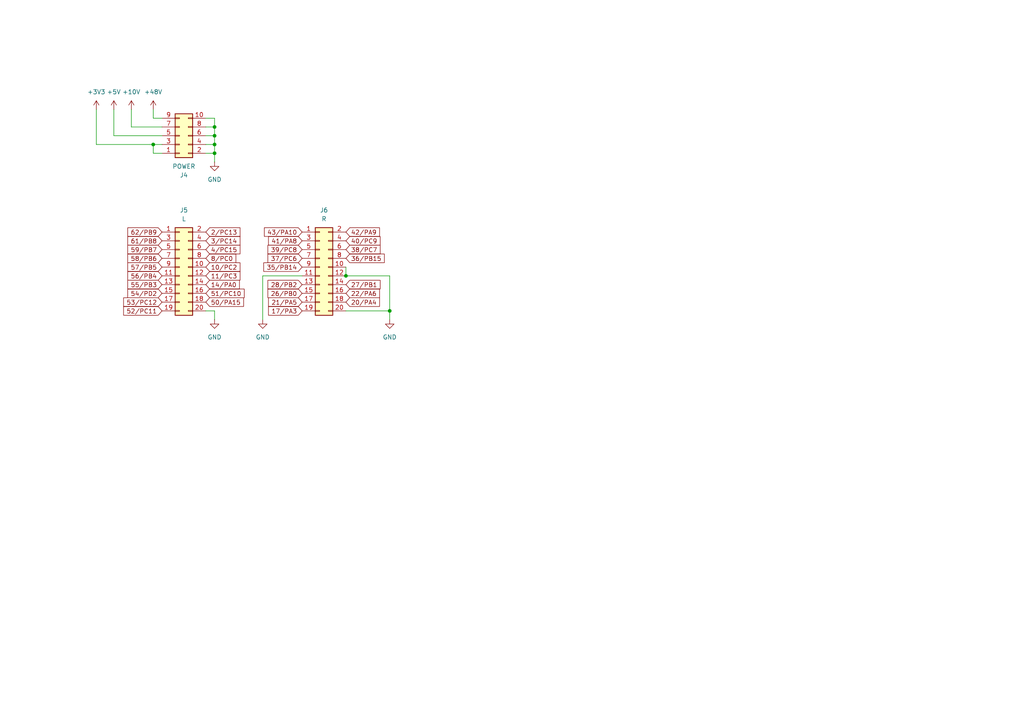
<source format=kicad_sch>
(kicad_sch (version 20231120) (generator "eeschema") (generator_version "8.0")
  (paper "A4")
  (lib_symbols
    (symbol "Connector_Generic:Conn_02x05_Odd_Even" (pin_names (offset 1.016) hide)
      (property "Reference" "J" (at 1.27 7.62 0))
      (property "Value" "Conn_02x05_Odd_Even" (at 1.27 -7.62 0))
      (symbol "Conn_02x05_Odd_Even_1_1"
        (rectangle (start -1.27 -4.953) (end 0 -5.207) (stroke (width 0.1524)))
        (rectangle (start -1.27 -2.413) (end 0 -2.667) (stroke (width 0.1524)))
        (rectangle (start -1.27 0.127) (end 0 -0.127) (stroke (width 0.1524)))
        (rectangle (start -1.27 2.667) (end 0 2.413) (stroke (width 0.1524)))
        (rectangle (start -1.27 5.207) (end 0 4.953) (stroke (width 0.1524)))
        (rectangle (start -1.27 6.35) (end 3.81 -6.35) (stroke (width 0.254)) (fill (type background)))
        (rectangle (start 3.81 -4.953) (end 2.54 -5.207) (stroke (width 0.1524)))
        (rectangle (start 3.81 -2.413) (end 2.54 -2.667) (stroke (width 0.1524)))
        (rectangle (start 3.81 0.127) (end 2.54 -0.127) (stroke (width 0.1524)))
        (rectangle (start 3.81 2.667) (end 2.54 2.413) (stroke (width 0.1524)))
        (rectangle (start 3.81 5.207) (end 2.54 4.953) (stroke (width 0.1524)))
        (pin passive line (at -5.08 5.08 0) (length 3.81) (name "Pin_1") (number "1"))
        (pin passive line (at 7.62 -5.08 180) (length 3.81) (name "Pin_10") (number "10"))
        (pin passive line (at 7.62 5.08 180) (length 3.81) (name "Pin_2") (number "2"))
        (pin passive line (at -5.08 2.54 0) (length 3.81) (name "Pin_3") (number "3"))
        (pin passive line (at 7.62 2.54 180) (length 3.81) (name "Pin_4") (number "4"))
        (pin passive line (at -5.08 0 0) (length 3.81) (name "Pin_5") (number "5"))
        (pin passive line (at 7.62 0 180) (length 3.81) (name "Pin_6") (number "6"))
        (pin passive line (at -5.08 -2.54 0) (length 3.81) (name "Pin_7") (number "7"))
        (pin passive line (at 7.62 -2.54 180) (length 3.81) (name "Pin_8") (number "8"))
        (pin passive line (at -5.08 -5.08 0) (length 3.81) (name "Pin_9") (number "9"))
      )
    )
    (symbol "Connector_Generic:Conn_02x10_Odd_Even" (pin_names (offset 1.016) hide)
      (property "Reference" "J" (at 1.27 12.7 0))
      (property "Value" "Conn_02x10_Odd_Even" (at 1.27 -15.24 0))
      (symbol "Conn_02x10_Odd_Even_1_1"
        (rectangle (start -1.27 -12.573) (end 0 -12.827) (stroke (width 0.1524)))
        (rectangle (start -1.27 -10.033) (end 0 -10.287) (stroke (width 0.1524)))
        (rectangle (start -1.27 -7.493) (end 0 -7.747) (stroke (width 0.1524)))
        (rectangle (start -1.27 -4.953) (end 0 -5.207) (stroke (width 0.1524)))
        (rectangle (start -1.27 -2.413) (end 0 -2.667) (stroke (width 0.1524)))
        (rectangle (start -1.27 0.127) (end 0 -0.127) (stroke (width 0.1524)))
        (rectangle (start -1.27 2.667) (end 0 2.413) (stroke (width 0.1524)))
        (rectangle (start -1.27 5.207) (end 0 4.953) (stroke (width 0.1524)))
        (rectangle (start -1.27 7.747) (end 0 7.493) (stroke (width 0.1524)))
        (rectangle (start -1.27 10.287) (end 0 10.033) (stroke (width 0.1524)))
        (rectangle (start -1.27 11.43) (end 3.81 -13.97) (stroke (width 0.254)) (fill (type background)))
        (rectangle (start 3.81 -12.573) (end 2.54 -12.827) (stroke (width 0.1524)))
        (rectangle (start 3.81 -10.033) (end 2.54 -10.287) (stroke (width 0.1524)))
        (rectangle (start 3.81 -7.493) (end 2.54 -7.747) (stroke (width 0.1524)))
        (rectangle (start 3.81 -4.953) (end 2.54 -5.207) (stroke (width 0.1524)))
        (rectangle (start 3.81 -2.413) (end 2.54 -2.667) (stroke (width 0.1524)))
        (rectangle (start 3.81 0.127) (end 2.54 -0.127) (stroke (width 0.1524)))
        (rectangle (start 3.81 2.667) (end 2.54 2.413) (stroke (width 0.1524)))
        (rectangle (start 3.81 5.207) (end 2.54 4.953) (stroke (width 0.1524)))
        (rectangle (start 3.81 7.747) (end 2.54 7.493) (stroke (width 0.1524)))
        (rectangle (start 3.81 10.287) (end 2.54 10.033) (stroke (width 0.1524)))
        (pin passive line (at -5.08 10.16 0) (length 3.81) (name "Pin_1") (number "1"))
        (pin passive line (at 7.62 0 180) (length 3.81) (name "Pin_10") (number "10"))
        (pin passive line (at -5.08 -2.54 0) (length 3.81) (name "Pin_11") (number "11"))
        (pin passive line (at 7.62 -2.54 180) (length 3.81) (name "Pin_12") (number "12"))
        (pin passive line (at -5.08 -5.08 0) (length 3.81) (name "Pin_13") (number "13"))
        (pin passive line (at 7.62 -5.08 180) (length 3.81) (name "Pin_14") (number "14"))
        (pin passive line (at -5.08 -7.62 0) (length 3.81) (name "Pin_15") (number "15"))
        (pin passive line (at 7.62 -7.62 180) (length 3.81) (name "Pin_16") (number "16"))
        (pin passive line (at -5.08 -10.16 0) (length 3.81) (name "Pin_17") (number "17"))
        (pin passive line (at 7.62 -10.16 180) (length 3.81) (name "Pin_18") (number "18"))
        (pin passive line (at -5.08 -12.7 0) (length 3.81) (name "Pin_19") (number "19"))
        (pin passive line (at 7.62 10.16 180) (length 3.81) (name "Pin_2") (number "2"))
        (pin passive line (at 7.62 -12.7 180) (length 3.81) (name "Pin_20") (number "20"))
        (pin passive line (at -5.08 7.62 0) (length 3.81) (name "Pin_3") (number "3"))
        (pin passive line (at 7.62 7.62 180) (length 3.81) (name "Pin_4") (number "4"))
        (pin passive line (at -5.08 5.08 0) (length 3.81) (name "Pin_5") (number "5"))
        (pin passive line (at 7.62 5.08 180) (length 3.81) (name "Pin_6") (number "6"))
        (pin passive line (at -5.08 2.54 0) (length 3.81) (name "Pin_7") (number "7"))
        (pin passive line (at 7.62 2.54 180) (length 3.81) (name "Pin_8") (number "8"))
        (pin passive line (at -5.08 0 0) (length 3.81) (name "Pin_9") (number "9"))
      )
    )
    (symbol "power:+10V" (power) (pin_numbers hide) (pin_names (offset 0) hide)
      (property "Value" "+10V" (at 0 3.556 0))
      (symbol "+10V_0_1"
        (polyline (pts (xy -0.762 1.27) (xy 0 2.54)))
        (polyline (pts (xy 0 0) (xy 0 2.54)))
        (polyline (pts (xy 0 2.54) (xy 0.762 1.27)))
      )
      (symbol "+10V_1_1"
        (pin power_in line (at 0 0 90) (length 0) (name "~") (number "1"))
      )
    )
    (symbol "power:+3V3" (power) (pin_numbers hide) (pin_names (offset 0) hide)
      (property "Value" "+3V3" (at 0 3.556 0))
      (symbol "+3V3_0_1"
        (polyline (pts (xy -0.762 1.27) (xy 0 2.54)))
        (polyline (pts (xy 0 0) (xy 0 2.54)))
        (polyline (pts (xy 0 2.54) (xy 0.762 1.27)))
      )
      (symbol "+3V3_1_1"
        (pin power_in line (at 0 0 90) (length 0) (name "~") (number "1"))
      )
    )
    (symbol "power:+48V" (power) (pin_numbers hide) (pin_names (offset 0) hide)
      (property "Value" "+48V" (at 0 3.556 0))
      (symbol "+48V_0_1"
        (polyline (pts (xy -0.762 1.27) (xy 0 2.54)))
        (polyline (pts (xy 0 0) (xy 0 2.54)))
        (polyline (pts (xy 0 2.54) (xy 0.762 1.27)))
      )
      (symbol "+48V_1_1"
        (pin power_in line (at 0 0 90) (length 0) (name "~") (number "1"))
      )
    )
    (symbol "power:+5V" (power) (pin_numbers hide) (pin_names (offset 0) hide)
      (property "Value" "+5V" (at 0 3.556 0))
      (symbol "+5V_0_1"
        (polyline (pts (xy -0.762 1.27) (xy 0 2.54)))
        (polyline (pts (xy 0 0) (xy 0 2.54)))
        (polyline (pts (xy 0 2.54) (xy 0.762 1.27)))
      )
      (symbol "+5V_1_1"
        (pin power_in line (at 0 0 90) (length 0) (name "~") (number "1"))
      )
    )
    (symbol "power:GND" (power) (pin_numbers hide) (pin_names (offset 0) hide)
      (property "Value" "GND" (at 0 -3.81 0))
      (symbol "GND_0_1"
        (polyline (pts (xy 0 0) (xy 0 -1.27) (xy 1.27 -1.27) (xy 0 -2.54) (xy -1.27 -1.27) (xy 0 -1.27)))
      )
      (symbol "GND_1_1"
        (pin power_in line (at 0 0 270) (length 0) (name "~") (number "1"))
      )
    )
  )
  (junction (at 62.23 39.37))
  (junction (at 62.23 41.91))
  (junction (at 62.23 36.83))
  (junction (at 44.45 41.91))
  (junction (at 113.03 90.17))
  (junction (at 62.23 44.45))
  (junction (at 100.33 80.01))
  (wire (pts (xy 62.23 36.83) (xy 62.23 39.37)))
  (wire (pts (xy 62.23 41.91) (xy 62.23 44.45)))
  (wire (pts (xy 44.45 41.91) (xy 44.45 44.45)))
  (wire (pts (xy 59.69 90.17) (xy 62.23 90.17)))
  (wire (pts (xy 59.69 44.45) (xy 62.23 44.45)))
  (wire (pts (xy 33.02 39.37) (xy 46.99 39.37)))
  (wire (pts (xy 113.03 90.17) (xy 113.03 92.71)))
  (wire (pts (xy 76.2 80.01) (xy 76.2 92.71)))
  (wire (pts (xy 33.02 31.75) (xy 33.02 39.37)))
  (wire (pts (xy 59.69 36.83) (xy 62.23 36.83)))
  (wire (pts (xy 100.33 80.01) (xy 113.03 80.01)))
  (wire (pts (xy 46.99 44.45) (xy 44.45 44.45)))
  (wire (pts (xy 62.23 39.37) (xy 62.23 41.91)))
  (wire (pts (xy 62.23 44.45) (xy 62.23 46.99)))
  (wire (pts (xy 59.69 41.91) (xy 62.23 41.91)))
  (wire (pts (xy 113.03 80.01) (xy 113.03 90.17)))
  (wire (pts (xy 38.1 36.83) (xy 46.99 36.83)))
  (wire (pts (xy 100.33 90.17) (xy 113.03 90.17)))
  (wire (pts (xy 44.45 31.75) (xy 44.45 34.29)))
  (wire (pts (xy 87.63 80.01) (xy 76.2 80.01)))
  (wire (pts (xy 62.23 90.17) (xy 62.23 92.71)))
  (wire (pts (xy 100.33 77.47) (xy 100.33 80.01)))
  (wire (pts (xy 59.69 39.37) (xy 62.23 39.37)))
  (wire (pts (xy 27.94 31.75) (xy 27.94 41.91)))
  (wire (pts (xy 62.23 34.29) (xy 62.23 36.83)))
  (wire (pts (xy 38.1 31.75) (xy 38.1 36.83)))
  (wire (pts (xy 44.45 41.91) (xy 46.99 41.91)))
  (wire (pts (xy 59.69 34.29) (xy 62.23 34.29)))
  (wire (pts (xy 27.94 41.91) (xy 44.45 41.91)))
  (wire (pts (xy 44.45 34.29) (xy 46.99 34.29)))
  (global_label "59{slash}PB7" (shape input) (at 46.99 72.39 180) (property "Intersheetrefs" "${INTERSHEET_REFS}" (effects (hide yes))))
  (global_label "54{slash}PD2" (shape input) (at 46.99 85.09 180) (property "Intersheetrefs" "${INTERSHEET_REFS}" (effects (hide yes))))
  (global_label "41{slash}PA8" (shape input) (at 87.63 69.85 180) (property "Intersheetrefs" "${INTERSHEET_REFS}" (effects (hide yes))))
  (global_label "42{slash}PA9" (shape input) (at 100.33 67.31 0) (property "Intersheetrefs" "${INTERSHEET_REFS}" (effects (hide yes))))
  (global_label "21{slash}PA5" (shape input) (at 87.63 87.63 180) (property "Intersheetrefs" "${INTERSHEET_REFS}" (effects (hide yes))))
  (global_label "39{slash}PC8" (shape input) (at 87.63 72.39 180) (property "Intersheetrefs" "${INTERSHEET_REFS}" (effects (hide yes))))
  (global_label "11{slash}PC3" (shape input) (at 59.69 80.01 0) (property "Intersheetrefs" "${INTERSHEET_REFS}" (effects (hide yes))))
  (global_label "37{slash}PC6" (shape input) (at 87.63 74.93 180) (property "Intersheetrefs" "${INTERSHEET_REFS}" (effects (hide yes))))
  (global_label "27{slash}PB1" (shape input) (at 100.33 82.55 0) (property "Intersheetrefs" "${INTERSHEET_REFS}" (effects (hide yes))))
  (global_label "50{slash}PA15" (shape input) (at 59.69 87.63 0) (property "Intersheetrefs" "${INTERSHEET_REFS}" (effects (hide yes))))
  (global_label "38{slash}PC7" (shape input) (at 100.33 72.39 0) (property "Intersheetrefs" "${INTERSHEET_REFS}" (effects (hide yes))))
  (global_label "61{slash}PB8" (shape input) (at 46.99 69.85 180) (property "Intersheetrefs" "${INTERSHEET_REFS}" (effects (hide yes))))
  (global_label "28{slash}PB2" (shape input) (at 87.63 82.55 180) (property "Intersheetrefs" "${INTERSHEET_REFS}" (effects (hide yes))))
  (global_label "3{slash}PC14" (shape input) (at 59.69 69.85 0) (property "Intersheetrefs" "${INTERSHEET_REFS}" (effects (hide yes))))
  (global_label "4{slash}PC15" (shape input) (at 59.69 72.39 0) (property "Intersheetrefs" "${INTERSHEET_REFS}" (effects (hide yes))))
  (global_label "26{slash}PB0" (shape input) (at 87.63 85.09 180) (property "Intersheetrefs" "${INTERSHEET_REFS}" (effects (hide yes))))
  (global_label "36{slash}PB15" (shape input) (at 100.33 74.93 0) (property "Intersheetrefs" "${INTERSHEET_REFS}" (effects (hide yes))))
  (global_label "20{slash}PA4" (shape input) (at 100.33 87.63 0) (property "Intersheetrefs" "${INTERSHEET_REFS}" (effects (hide yes))))
  (global_label "56{slash}PB4" (shape input) (at 46.99 80.01 180) (property "Intersheetrefs" "${INTERSHEET_REFS}" (effects (hide yes))))
  (global_label "57{slash}PB5" (shape input) (at 46.99 77.47 180) (property "Intersheetrefs" "${INTERSHEET_REFS}" (effects (hide yes))))
  (global_label "2{slash}PC13" (shape input) (at 59.69 67.31 0) (property "Intersheetrefs" "${INTERSHEET_REFS}" (effects (hide yes))))
  (global_label "10{slash}PC2" (shape input) (at 59.69 77.47 0) (property "Intersheetrefs" "${INTERSHEET_REFS}" (effects (hide yes))))
  (global_label "40{slash}PC9" (shape input) (at 100.33 69.85 0) (property "Intersheetrefs" "${INTERSHEET_REFS}" (effects (hide yes))))
  (global_label "43{slash}PA10" (shape input) (at 87.63 67.31 180) (property "Intersheetrefs" "${INTERSHEET_REFS}" (effects (hide yes))))
  (global_label "35{slash}PB14" (shape input) (at 87.63 77.47 180) (property "Intersheetrefs" "${INTERSHEET_REFS}" (effects (hide yes))))
  (global_label "51{slash}PC10" (shape input) (at 59.69 85.09 0) (property "Intersheetrefs" "${INTERSHEET_REFS}" (effects (hide yes))))
  (global_label "17{slash}PA3" (shape input) (at 87.63 90.17 180) (property "Intersheetrefs" "${INTERSHEET_REFS}" (effects (hide yes))))
  (global_label "8{slash}PC0" (shape input) (at 59.69 74.93 0) (property "Intersheetrefs" "${INTERSHEET_REFS}" (effects (hide yes))))
  (global_label "58{slash}PB6" (shape input) (at 46.99 74.93 180) (property "Intersheetrefs" "${INTERSHEET_REFS}" (effects (hide yes))))
  (global_label "62{slash}PB9" (shape input) (at 46.99 67.31 180) (property "Intersheetrefs" "${INTERSHEET_REFS}" (effects (hide yes))))
  (global_label "22{slash}PA6" (shape input) (at 100.33 85.09 0) (property "Intersheetrefs" "${INTERSHEET_REFS}" (effects (hide yes))))
  (global_label "52{slash}PC11" (shape input) (at 46.99 90.17 180) (property "Intersheetrefs" "${INTERSHEET_REFS}" (effects (hide yes))))
  (global_label "53{slash}PC12" (shape input) (at 46.99 87.63 180) (property "Intersheetrefs" "${INTERSHEET_REFS}" (effects (hide yes))))
  (global_label "55{slash}PB3" (shape input) (at 46.99 82.55 180) (property "Intersheetrefs" "${INTERSHEET_REFS}" (effects (hide yes))))
  (global_label "14{slash}PA0" (shape input) (at 59.69 82.55 0) (property "Intersheetrefs" "${INTERSHEET_REFS}" (effects (hide yes))))
  (symbol (lib_id "power:GND") (at 62.23 92.71 0) (mirror y) (unit 1)
    (property "Reference" "#PWR048" (effects (hide yes)))
    (property "Value" "GND" (at 62.23 97.79 0))
    (property "Description" "Power symbol creates a global label with name \"GND\" , ground" (effects (hide yes)))
  )
  (symbol (lib_id "Connector_Generic:Conn_02x10_Odd_Even") (at 92.71 77.47 0) (unit 1)
    (property "Reference" "J6" (at 93.98 60.96 0))
    (property "Value" "R" (at 93.98 63.5 0))
    (property "Footprint" "Connector_PinHeader_2.54mm:PinHeader_2x10_P2.54mm_Vertical" (effects (hide yes)))
    (property "Description" "Generic connector, double row, 02x10, odd/even pin numbering scheme (row 1 odd numbers, row 2 even numbers), script generated (kicad-library-utils/schlib/autogen/connector/)" (effects (hide yes)))
  )
  (symbol (lib_id "Connector_Generic:Conn_02x05_Odd_Even") (at 52.07 39.37 0) (mirror x) (unit 1)
    (property "Reference" "J4" (at 53.34 50.8 0))
    (property "Value" "POWER" (at 53.34 48.26 0))
    (property "Footprint" "Connector_PinHeader_2.54mm:PinHeader_2x05_P2.54mm_Vertical" (effects (hide yes)))
    (property "Description" "Generic connector, double row, 02x05, odd/even pin numbering scheme (row 1 odd numbers, row 2 even numbers), script generated (kicad-library-utils/schlib/autogen/connector/)" (effects (hide yes)))
  )
  (symbol (lib_id "power:GND") (at 62.23 46.99 0) (mirror y) (unit 1)
    (property "Reference" "#PWR047" (effects (hide yes)))
    (property "Value" "GND" (at 62.23 52.07 0))
    (property "Description" "Power symbol creates a global label with name \"GND\" , ground" (effects (hide yes)))
  )
  (symbol (lib_id "power:GND") (at 76.2 92.71 0) (mirror y) (unit 1)
    (property "Reference" "#PWR050" (effects (hide yes)))
    (property "Value" "GND" (at 76.2 97.79 0))
    (property "Description" "Power symbol creates a global label with name \"GND\" , ground" (effects (hide yes)))
  )
  (symbol (lib_id "power:+3V3") (at 27.94 31.75 0) (unit 1)
    (property "Reference" "#PWR046" (effects (hide yes)))
    (property "Value" "+3V3" (at 27.94 26.67 0))
    (property "Description" "Power symbol creates a global label with name \"+3V3\"" (effects (hide yes)))
  )
  (symbol (lib_id "Connector_Generic:Conn_02x10_Odd_Even") (at 52.07 77.47 0) (unit 1)
    (property "Reference" "J5" (at 53.34 60.96 0))
    (property "Value" "L" (at 53.34 63.5 0))
    (property "Footprint" "Connector_PinHeader_2.54mm:PinHeader_2x10_P2.54mm_Vertical" (effects (hide yes)))
    (property "Description" "Generic connector, double row, 02x10, odd/even pin numbering scheme (row 1 odd numbers, row 2 even numbers), script generated (kicad-library-utils/schlib/autogen/connector/)" (effects (hide yes)))
  )
  (symbol (lib_id "power:+5V") (at 33.02 31.75 0) (unit 1)
    (property "Reference" "#PWR045" (effects (hide yes)))
    (property "Value" "+5V" (at 33.02 26.67 0))
    (property "Description" "Power symbol creates a global label with name \"+5V\"" (effects (hide yes)))
  )
  (symbol (lib_id "power:+48V") (at 44.45 31.75 0) (unit 1)
    (property "Reference" "#PWR042" (effects (hide yes)))
    (property "Value" "+48V" (at 44.45 26.67 0))
    (property "Description" "Power symbol creates a global label with name \"+48V\"" (effects (hide yes)))
  )
  (symbol (lib_id "power:GND") (at 113.03 92.71 0) (mirror y) (unit 1)
    (property "Reference" "#PWR049" (effects (hide yes)))
    (property "Value" "GND" (at 113.03 97.79 0))
    (property "Description" "Power symbol creates a global label with name \"GND\" , ground" (effects (hide yes)))
  )
  (symbol (lib_id "power:+10V") (at 38.1 31.75 0) (unit 1)
    (property "Reference" "#PWR044" (effects (hide yes)))
    (property "Value" "+10V" (at 38.1 26.67 0))
    (property "Description" "Power symbol creates a global label with name \"+10V\"" (effects (hide yes)))
  )
)
</source>
